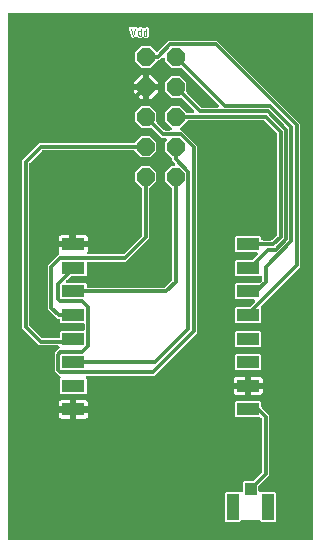
<source format=gbr>
G04 EAGLE Gerber RS-274X export*
G75*
%MOMM*%
%FSLAX34Y34*%
%LPD*%
%INTop Copper*%
%IPPOS*%
%AMOC8*
5,1,8,0,0,1.08239X$1,22.5*%
G01*
%ADD10C,0.050800*%
%ADD11R,1.000000X1.050000*%
%ADD12R,1.050000X2.200000*%
%ADD13P,1.649562X8X112.500000*%
%ADD14R,1.950000X1.050000*%
%ADD15C,0.304800*%

G36*
X356442Y10164D02*
X356442Y10164D01*
X356468Y10162D01*
X356615Y10184D01*
X356762Y10201D01*
X356787Y10209D01*
X356813Y10213D01*
X356951Y10268D01*
X357090Y10318D01*
X357112Y10332D01*
X357137Y10342D01*
X357258Y10427D01*
X357383Y10507D01*
X357401Y10526D01*
X357423Y10541D01*
X357522Y10651D01*
X357625Y10758D01*
X357639Y10780D01*
X357656Y10800D01*
X357728Y10930D01*
X357804Y11057D01*
X357812Y11082D01*
X357825Y11105D01*
X357865Y11248D01*
X357910Y11389D01*
X357912Y11415D01*
X357920Y11440D01*
X357939Y11684D01*
X357939Y454916D01*
X357936Y454942D01*
X357938Y454968D01*
X357916Y455115D01*
X357899Y455262D01*
X357891Y455287D01*
X357887Y455313D01*
X357832Y455451D01*
X357782Y455590D01*
X357768Y455612D01*
X357758Y455637D01*
X357673Y455758D01*
X357593Y455883D01*
X357574Y455901D01*
X357559Y455923D01*
X357449Y456022D01*
X357342Y456125D01*
X357320Y456139D01*
X357300Y456156D01*
X357170Y456228D01*
X357043Y456304D01*
X357018Y456312D01*
X356995Y456325D01*
X356852Y456365D01*
X356711Y456410D01*
X356685Y456412D01*
X356660Y456420D01*
X356416Y456439D01*
X100584Y456439D01*
X100558Y456436D01*
X100532Y456438D01*
X100385Y456416D01*
X100238Y456399D01*
X100213Y456391D01*
X100187Y456387D01*
X100049Y456332D01*
X99910Y456282D01*
X99888Y456268D01*
X99863Y456258D01*
X99742Y456173D01*
X99617Y456093D01*
X99599Y456074D01*
X99577Y456059D01*
X99478Y455949D01*
X99375Y455842D01*
X99361Y455820D01*
X99344Y455800D01*
X99272Y455670D01*
X99196Y455543D01*
X99188Y455518D01*
X99175Y455495D01*
X99135Y455352D01*
X99090Y455211D01*
X99088Y455185D01*
X99080Y455160D01*
X99061Y454916D01*
X99061Y11684D01*
X99064Y11658D01*
X99062Y11632D01*
X99084Y11485D01*
X99101Y11338D01*
X99109Y11313D01*
X99113Y11287D01*
X99168Y11149D01*
X99218Y11010D01*
X99232Y10988D01*
X99242Y10963D01*
X99327Y10842D01*
X99407Y10717D01*
X99426Y10699D01*
X99441Y10677D01*
X99551Y10578D01*
X99658Y10475D01*
X99680Y10461D01*
X99700Y10444D01*
X99830Y10372D01*
X99957Y10296D01*
X99982Y10288D01*
X100005Y10275D01*
X100148Y10235D01*
X100289Y10190D01*
X100315Y10188D01*
X100340Y10180D01*
X100584Y10161D01*
X356416Y10161D01*
X356442Y10164D01*
G37*
%LPC*%
G36*
X144218Y133725D02*
X144218Y133725D01*
X143325Y134618D01*
X143325Y146382D01*
X143497Y146553D01*
X143559Y146631D01*
X143629Y146704D01*
X143667Y146768D01*
X143713Y146826D01*
X143756Y146917D01*
X143808Y147003D01*
X143830Y147074D01*
X143862Y147141D01*
X143883Y147239D01*
X143914Y147335D01*
X143920Y147409D01*
X143936Y147482D01*
X143934Y147582D01*
X143942Y147682D01*
X143931Y147756D01*
X143930Y147830D01*
X143905Y147927D01*
X143890Y148027D01*
X143863Y148096D01*
X143845Y148168D01*
X143799Y148257D01*
X143761Y148351D01*
X143719Y148412D01*
X143685Y148478D01*
X143620Y148555D01*
X143563Y148637D01*
X143507Y148687D01*
X143459Y148743D01*
X143378Y148803D01*
X143304Y148870D01*
X143239Y148906D01*
X143179Y148951D01*
X143087Y148990D01*
X142999Y149039D01*
X142927Y149059D01*
X142859Y149089D01*
X142760Y149106D01*
X142663Y149134D01*
X142563Y149142D01*
X142516Y149150D01*
X142480Y149148D01*
X142420Y149153D01*
X142325Y149153D01*
X138753Y152725D01*
X138753Y168275D01*
X140093Y169615D01*
X142629Y172151D01*
X142691Y172229D01*
X142761Y172302D01*
X142799Y172366D01*
X142845Y172424D01*
X142888Y172515D01*
X142940Y172601D01*
X142963Y172672D01*
X142994Y172739D01*
X143016Y172837D01*
X143046Y172933D01*
X143052Y173007D01*
X143068Y173080D01*
X143066Y173180D01*
X143074Y173280D01*
X143063Y173354D01*
X143062Y173428D01*
X143037Y173525D01*
X143022Y173625D01*
X142995Y173694D01*
X142977Y173766D01*
X142931Y173855D01*
X142894Y173949D01*
X142851Y174010D01*
X142817Y174076D01*
X142752Y174152D01*
X142695Y174235D01*
X142640Y174285D01*
X142591Y174341D01*
X142511Y174401D01*
X142436Y174468D01*
X142371Y174504D01*
X142311Y174549D01*
X142219Y174588D01*
X142131Y174637D01*
X142059Y174657D01*
X141991Y174687D01*
X141892Y174704D01*
X141796Y174732D01*
X141696Y174740D01*
X141648Y174748D01*
X141612Y174746D01*
X141552Y174751D01*
X125737Y174751D01*
X111251Y189237D01*
X111251Y331463D01*
X125737Y345949D01*
X205385Y345949D01*
X205511Y345963D01*
X205637Y345970D01*
X205683Y345983D01*
X205731Y345989D01*
X205850Y346031D01*
X205972Y346066D01*
X206014Y346090D01*
X206059Y346106D01*
X206166Y346175D01*
X206276Y346236D01*
X206322Y346276D01*
X206352Y346295D01*
X206386Y346330D01*
X206462Y346395D01*
X212112Y352045D01*
X219688Y352045D01*
X225045Y346688D01*
X225045Y339112D01*
X219688Y333755D01*
X212112Y333755D01*
X206462Y339405D01*
X206363Y339484D01*
X206269Y339568D01*
X206227Y339592D01*
X206189Y339622D01*
X206075Y339676D01*
X205964Y339737D01*
X205918Y339750D01*
X205874Y339771D01*
X205751Y339797D01*
X205629Y339832D01*
X205568Y339837D01*
X205533Y339844D01*
X205485Y339843D01*
X205385Y339851D01*
X128894Y339851D01*
X128768Y339837D01*
X128642Y339830D01*
X128596Y339817D01*
X128548Y339811D01*
X128429Y339769D01*
X128307Y339734D01*
X128265Y339710D01*
X128219Y339694D01*
X128113Y339625D01*
X128003Y339564D01*
X127957Y339524D01*
X127927Y339505D01*
X127893Y339470D01*
X127817Y339405D01*
X117795Y329383D01*
X117716Y329284D01*
X117632Y329190D01*
X117608Y329148D01*
X117578Y329110D01*
X117524Y328996D01*
X117463Y328885D01*
X117450Y328839D01*
X117429Y328795D01*
X117403Y328672D01*
X117368Y328550D01*
X117363Y328489D01*
X117356Y328454D01*
X117357Y328406D01*
X117349Y328306D01*
X117349Y192394D01*
X117363Y192268D01*
X117370Y192142D01*
X117383Y192096D01*
X117389Y192048D01*
X117431Y191929D01*
X117466Y191807D01*
X117490Y191765D01*
X117506Y191719D01*
X117575Y191613D01*
X117636Y191503D01*
X117676Y191457D01*
X117695Y191427D01*
X117730Y191393D01*
X117795Y191317D01*
X127817Y181295D01*
X127916Y181216D01*
X128010Y181132D01*
X128052Y181108D01*
X128090Y181078D01*
X128204Y181024D01*
X128315Y180963D01*
X128361Y180950D01*
X128405Y180929D01*
X128528Y180903D01*
X128650Y180868D01*
X128711Y180863D01*
X128746Y180856D01*
X128794Y180857D01*
X128894Y180849D01*
X141802Y180849D01*
X141828Y180852D01*
X141854Y180850D01*
X142001Y180872D01*
X142148Y180889D01*
X142173Y180897D01*
X142199Y180901D01*
X142337Y180956D01*
X142476Y181006D01*
X142498Y181020D01*
X142523Y181030D01*
X142644Y181115D01*
X142769Y181195D01*
X142787Y181214D01*
X142809Y181229D01*
X142908Y181339D01*
X143011Y181446D01*
X143025Y181468D01*
X143042Y181488D01*
X143114Y181618D01*
X143190Y181745D01*
X143198Y181770D01*
X143211Y181793D01*
X143251Y181936D01*
X143296Y182077D01*
X143298Y182103D01*
X143306Y182128D01*
X143325Y182372D01*
X143325Y186382D01*
X144218Y187275D01*
X162826Y187275D01*
X162852Y187278D01*
X162878Y187276D01*
X163025Y187298D01*
X163172Y187315D01*
X163197Y187323D01*
X163223Y187327D01*
X163361Y187382D01*
X163500Y187432D01*
X163522Y187446D01*
X163547Y187456D01*
X163668Y187541D01*
X163793Y187621D01*
X163811Y187640D01*
X163833Y187655D01*
X163932Y187765D01*
X164035Y187872D01*
X164049Y187894D01*
X164066Y187914D01*
X164138Y188044D01*
X164214Y188171D01*
X164222Y188196D01*
X164235Y188219D01*
X164275Y188361D01*
X164320Y188503D01*
X164322Y188529D01*
X164330Y188554D01*
X164349Y188798D01*
X164349Y192202D01*
X164346Y192228D01*
X164348Y192254D01*
X164326Y192401D01*
X164309Y192548D01*
X164301Y192573D01*
X164297Y192599D01*
X164242Y192737D01*
X164192Y192876D01*
X164178Y192898D01*
X164168Y192923D01*
X164083Y193044D01*
X164003Y193169D01*
X163984Y193187D01*
X163969Y193209D01*
X163859Y193308D01*
X163752Y193411D01*
X163730Y193425D01*
X163710Y193442D01*
X163580Y193514D01*
X163453Y193590D01*
X163428Y193598D01*
X163405Y193611D01*
X163262Y193651D01*
X163121Y193696D01*
X163095Y193698D01*
X163070Y193706D01*
X162826Y193725D01*
X144218Y193725D01*
X143325Y194618D01*
X143325Y195928D01*
X143322Y195954D01*
X143324Y195980D01*
X143302Y196127D01*
X143285Y196274D01*
X143277Y196299D01*
X143273Y196325D01*
X143218Y196463D01*
X143168Y196602D01*
X143154Y196624D01*
X143144Y196649D01*
X143059Y196770D01*
X142979Y196895D01*
X142960Y196913D01*
X142945Y196935D01*
X142835Y197034D01*
X142728Y197137D01*
X142706Y197151D01*
X142686Y197168D01*
X142556Y197240D01*
X142429Y197316D01*
X142404Y197324D01*
X142381Y197337D01*
X142238Y197377D01*
X142097Y197422D01*
X142071Y197424D01*
X142046Y197432D01*
X141802Y197451D01*
X141137Y197451D01*
X133041Y205548D01*
X133041Y242563D01*
X140093Y249615D01*
X142485Y252007D01*
X142486Y252008D01*
X142487Y252009D01*
X142597Y252148D01*
X142702Y252280D01*
X142702Y252281D01*
X142703Y252282D01*
X142777Y252439D01*
X142850Y252595D01*
X142851Y252596D01*
X142851Y252598D01*
X142887Y252766D01*
X142924Y252936D01*
X142924Y252937D01*
X142924Y252939D01*
X142921Y253122D01*
X142918Y253284D01*
X142918Y253285D01*
X142918Y253287D01*
X142874Y253458D01*
X142833Y253622D01*
X142832Y253623D01*
X142832Y253625D01*
X142727Y253846D01*
X142482Y254269D01*
X142309Y254915D01*
X142309Y257876D01*
X153499Y257876D01*
X153525Y257879D01*
X153551Y257877D01*
X153698Y257899D01*
X153845Y257916D01*
X153870Y257924D01*
X153896Y257928D01*
X154033Y257983D01*
X154173Y258033D01*
X154195Y258047D01*
X154220Y258057D01*
X154341Y258142D01*
X154466Y258222D01*
X154484Y258241D01*
X154506Y258256D01*
X154597Y258357D01*
X154668Y258293D01*
X154775Y258190D01*
X154798Y258176D01*
X154817Y258159D01*
X154947Y258087D01*
X155074Y258011D01*
X155099Y258003D01*
X155122Y257990D01*
X155265Y257950D01*
X155406Y257905D01*
X155432Y257902D01*
X155457Y257895D01*
X155701Y257876D01*
X166891Y257876D01*
X166891Y254915D01*
X166718Y254269D01*
X166638Y254132D01*
X166608Y254062D01*
X166569Y253997D01*
X166539Y253903D01*
X166500Y253812D01*
X166486Y253737D01*
X166463Y253665D01*
X166455Y253567D01*
X166437Y253469D01*
X166441Y253393D01*
X166435Y253318D01*
X166450Y253220D01*
X166454Y253121D01*
X166475Y253048D01*
X166487Y252973D01*
X166523Y252881D01*
X166550Y252786D01*
X166587Y252720D01*
X166615Y252649D01*
X166672Y252568D01*
X166720Y252481D01*
X166771Y252425D01*
X166814Y252363D01*
X166888Y252297D01*
X166954Y252224D01*
X167017Y252180D01*
X167073Y252130D01*
X167160Y252082D01*
X167241Y252026D01*
X167312Y251998D01*
X167378Y251961D01*
X167473Y251934D01*
X167565Y251898D01*
X167640Y251887D01*
X167713Y251866D01*
X167864Y251854D01*
X167910Y251847D01*
X167929Y251849D01*
X167957Y251847D01*
X196104Y251847D01*
X196230Y251861D01*
X196356Y251868D01*
X196402Y251881D01*
X196450Y251887D01*
X196569Y251929D01*
X196691Y251964D01*
X196733Y251988D01*
X196779Y252004D01*
X196885Y252073D01*
X196995Y252134D01*
X197041Y252174D01*
X197071Y252193D01*
X197105Y252228D01*
X197181Y252293D01*
X212405Y267517D01*
X212484Y267616D01*
X212568Y267710D01*
X212592Y267752D01*
X212622Y267790D01*
X212676Y267904D01*
X212737Y268015D01*
X212750Y268061D01*
X212771Y268105D01*
X212797Y268228D01*
X212832Y268350D01*
X212837Y268411D01*
X212844Y268446D01*
X212843Y268494D01*
X212851Y268594D01*
X212851Y306985D01*
X212837Y307111D01*
X212830Y307237D01*
X212817Y307283D01*
X212811Y307331D01*
X212769Y307450D01*
X212734Y307572D01*
X212710Y307614D01*
X212694Y307660D01*
X212625Y307766D01*
X212564Y307876D01*
X212524Y307922D01*
X212505Y307952D01*
X212470Y307986D01*
X212405Y308062D01*
X206755Y313712D01*
X206755Y321288D01*
X212112Y326645D01*
X219688Y326645D01*
X225045Y321288D01*
X225045Y313712D01*
X219395Y308062D01*
X219316Y307963D01*
X219232Y307869D01*
X219208Y307827D01*
X219178Y307789D01*
X219124Y307675D01*
X219063Y307564D01*
X219050Y307518D01*
X219029Y307474D01*
X219003Y307351D01*
X218968Y307229D01*
X218963Y307168D01*
X218956Y307134D01*
X218957Y307085D01*
X218949Y306985D01*
X218949Y265437D01*
X199261Y245749D01*
X167398Y245749D01*
X167372Y245746D01*
X167346Y245748D01*
X167199Y245726D01*
X167052Y245709D01*
X167027Y245701D01*
X167001Y245697D01*
X166863Y245642D01*
X166724Y245592D01*
X166702Y245578D01*
X166677Y245568D01*
X166556Y245483D01*
X166431Y245403D01*
X166413Y245384D01*
X166391Y245369D01*
X166292Y245259D01*
X166189Y245152D01*
X166175Y245130D01*
X166158Y245110D01*
X166086Y244980D01*
X166010Y244853D01*
X166002Y244828D01*
X165989Y244805D01*
X165949Y244662D01*
X165904Y244521D01*
X165902Y244495D01*
X165894Y244470D01*
X165875Y244226D01*
X165875Y234618D01*
X164982Y233725D01*
X153457Y233725D01*
X153332Y233711D01*
X153206Y233704D01*
X153159Y233691D01*
X153111Y233685D01*
X152992Y233643D01*
X152871Y233608D01*
X152829Y233584D01*
X152783Y233568D01*
X152677Y233499D01*
X152566Y233438D01*
X152520Y233398D01*
X152490Y233379D01*
X152457Y233344D01*
X152380Y233279D01*
X148976Y229875D01*
X148914Y229797D01*
X148844Y229724D01*
X148806Y229660D01*
X148760Y229602D01*
X148717Y229511D01*
X148665Y229425D01*
X148642Y229354D01*
X148611Y229287D01*
X148589Y229189D01*
X148559Y229093D01*
X148553Y229019D01*
X148537Y228946D01*
X148539Y228846D01*
X148531Y228746D01*
X148542Y228672D01*
X148543Y228598D01*
X148568Y228501D01*
X148583Y228401D01*
X148610Y228332D01*
X148628Y228260D01*
X148674Y228171D01*
X148711Y228077D01*
X148754Y228016D01*
X148788Y227950D01*
X148853Y227874D01*
X148910Y227791D01*
X148965Y227741D01*
X149014Y227685D01*
X149094Y227625D01*
X149169Y227558D01*
X149234Y227522D01*
X149294Y227477D01*
X149386Y227438D01*
X149474Y227389D01*
X149546Y227369D01*
X149614Y227339D01*
X149713Y227322D01*
X149809Y227294D01*
X149909Y227286D01*
X149957Y227278D01*
X149993Y227280D01*
X150053Y227275D01*
X164982Y227275D01*
X165875Y226382D01*
X165875Y225072D01*
X165878Y225046D01*
X165876Y225020D01*
X165898Y224873D01*
X165915Y224726D01*
X165923Y224701D01*
X165927Y224675D01*
X165982Y224537D01*
X166032Y224398D01*
X166046Y224376D01*
X166056Y224351D01*
X166141Y224230D01*
X166221Y224105D01*
X166240Y224087D01*
X166255Y224065D01*
X166365Y223966D01*
X166472Y223863D01*
X166494Y223849D01*
X166514Y223832D01*
X166644Y223760D01*
X166771Y223684D01*
X166796Y223676D01*
X166819Y223663D01*
X166962Y223623D01*
X167103Y223578D01*
X167129Y223576D01*
X167154Y223568D01*
X167398Y223549D01*
X231306Y223549D01*
X231432Y223563D01*
X231558Y223570D01*
X231604Y223583D01*
X231652Y223589D01*
X231771Y223631D01*
X231893Y223666D01*
X231935Y223690D01*
X231981Y223706D01*
X232087Y223775D01*
X232197Y223836D01*
X232243Y223876D01*
X232273Y223895D01*
X232307Y223930D01*
X232383Y223995D01*
X237805Y229417D01*
X237884Y229516D01*
X237968Y229610D01*
X237992Y229652D01*
X238022Y229690D01*
X238076Y229804D01*
X238137Y229915D01*
X238150Y229961D01*
X238171Y230005D01*
X238197Y230128D01*
X238232Y230250D01*
X238237Y230311D01*
X238244Y230346D01*
X238243Y230394D01*
X238251Y230494D01*
X238251Y306985D01*
X238237Y307111D01*
X238230Y307237D01*
X238217Y307283D01*
X238211Y307331D01*
X238169Y307450D01*
X238134Y307572D01*
X238110Y307614D01*
X238094Y307660D01*
X238025Y307766D01*
X237964Y307876D01*
X237924Y307922D01*
X237905Y307952D01*
X237870Y307986D01*
X237805Y308062D01*
X232155Y313712D01*
X232155Y321288D01*
X237512Y326645D01*
X239253Y326645D01*
X239353Y326656D01*
X239453Y326658D01*
X239525Y326676D01*
X239599Y326685D01*
X239694Y326718D01*
X239791Y326743D01*
X239857Y326777D01*
X239927Y326802D01*
X240012Y326857D01*
X240101Y326903D01*
X240158Y326951D01*
X240220Y326991D01*
X240290Y327063D01*
X240367Y327128D01*
X240411Y327188D01*
X240462Y327242D01*
X240514Y327328D01*
X240574Y327409D01*
X240603Y327477D01*
X240641Y327541D01*
X240672Y327637D01*
X240712Y327729D01*
X240725Y327802D01*
X240748Y327873D01*
X240756Y327973D01*
X240773Y328072D01*
X240770Y328146D01*
X240775Y328220D01*
X240761Y328320D01*
X240755Y328420D01*
X240735Y328491D01*
X240724Y328565D01*
X240687Y328658D01*
X240659Y328755D01*
X240623Y328820D01*
X240595Y328889D01*
X240538Y328971D01*
X240489Y329059D01*
X240424Y329135D01*
X240396Y329175D01*
X240370Y329199D01*
X240330Y329245D01*
X238251Y331324D01*
X238251Y332385D01*
X238237Y332511D01*
X238230Y332637D01*
X238217Y332683D01*
X238211Y332731D01*
X238169Y332850D01*
X238134Y332972D01*
X238110Y333014D01*
X238094Y333060D01*
X238025Y333166D01*
X237964Y333276D01*
X237924Y333322D01*
X237905Y333352D01*
X237870Y333386D01*
X237805Y333462D01*
X232155Y339112D01*
X232155Y346688D01*
X233386Y347919D01*
X233449Y347998D01*
X233519Y348070D01*
X233557Y348134D01*
X233603Y348192D01*
X233646Y348283D01*
X233697Y348369D01*
X233720Y348440D01*
X233752Y348507D01*
X233773Y348605D01*
X233804Y348701D01*
X233810Y348775D01*
X233825Y348848D01*
X233824Y348948D01*
X233832Y349048D01*
X233821Y349122D01*
X233819Y349196D01*
X233795Y349293D01*
X233780Y349393D01*
X233752Y349462D01*
X233734Y349534D01*
X233688Y349623D01*
X233651Y349717D01*
X233609Y349778D01*
X233575Y349844D01*
X233510Y349920D01*
X233452Y350003D01*
X233397Y350053D01*
X233349Y350109D01*
X233268Y350169D01*
X233193Y350236D01*
X233128Y350272D01*
X233069Y350317D01*
X232976Y350356D01*
X232888Y350405D01*
X232817Y350425D01*
X232749Y350455D01*
X232650Y350472D01*
X232553Y350500D01*
X232453Y350508D01*
X232405Y350516D01*
X232370Y350514D01*
X232309Y350519D01*
X229369Y350519D01*
X221179Y358709D01*
X221080Y358788D01*
X220986Y358872D01*
X220944Y358896D01*
X220906Y358926D01*
X220792Y358980D01*
X220681Y359041D01*
X220635Y359054D01*
X220591Y359075D01*
X220468Y359101D01*
X220346Y359136D01*
X220285Y359141D01*
X220250Y359148D01*
X220202Y359147D01*
X220102Y359155D01*
X212112Y359155D01*
X206755Y364512D01*
X206755Y372088D01*
X212112Y377445D01*
X219688Y377445D01*
X225045Y372088D01*
X225045Y364098D01*
X225059Y363972D01*
X225066Y363846D01*
X225079Y363800D01*
X225085Y363752D01*
X225127Y363633D01*
X225162Y363511D01*
X225186Y363469D01*
X225202Y363423D01*
X225271Y363317D01*
X225332Y363207D01*
X225372Y363161D01*
X225391Y363131D01*
X225426Y363097D01*
X225491Y363021D01*
X231449Y357063D01*
X231548Y356984D01*
X231642Y356900D01*
X231684Y356876D01*
X231722Y356846D01*
X231836Y356792D01*
X231947Y356731D01*
X231993Y356718D01*
X232037Y356697D01*
X232160Y356671D01*
X232282Y356636D01*
X232343Y356631D01*
X232378Y356624D01*
X232426Y356625D01*
X232526Y356617D01*
X236373Y356617D01*
X236473Y356628D01*
X236573Y356630D01*
X236646Y356648D01*
X236719Y356657D01*
X236814Y356690D01*
X236911Y356715D01*
X236978Y356749D01*
X237048Y356774D01*
X237132Y356829D01*
X237221Y356875D01*
X237278Y356923D01*
X237340Y356963D01*
X237410Y357035D01*
X237487Y357100D01*
X237531Y357160D01*
X237583Y357214D01*
X237634Y357300D01*
X237694Y357381D01*
X237723Y357449D01*
X237761Y357513D01*
X237792Y357609D01*
X237832Y357701D01*
X237845Y357774D01*
X237868Y357845D01*
X237876Y357945D01*
X237893Y358044D01*
X237890Y358118D01*
X237896Y358192D01*
X237881Y358292D01*
X237876Y358392D01*
X237855Y358463D01*
X237844Y358537D01*
X237807Y358630D01*
X237779Y358727D01*
X237743Y358792D01*
X237715Y358861D01*
X237658Y358943D01*
X237609Y359031D01*
X237544Y359107D01*
X237516Y359147D01*
X237490Y359171D01*
X237450Y359217D01*
X232155Y364512D01*
X232155Y372088D01*
X237512Y377445D01*
X245088Y377445D01*
X250738Y371795D01*
X250837Y371716D01*
X250931Y371632D01*
X250973Y371608D01*
X251011Y371578D01*
X251125Y371524D01*
X251236Y371463D01*
X251282Y371450D01*
X251326Y371429D01*
X251449Y371403D01*
X251571Y371368D01*
X251632Y371363D01*
X251666Y371356D01*
X251715Y371357D01*
X251815Y371349D01*
X255662Y371349D01*
X255762Y371360D01*
X255862Y371362D01*
X255935Y371380D01*
X256008Y371389D01*
X256103Y371422D01*
X256200Y371447D01*
X256267Y371481D01*
X256337Y371506D01*
X256421Y371561D01*
X256510Y371607D01*
X256567Y371655D01*
X256629Y371695D01*
X256699Y371767D01*
X256776Y371832D01*
X256820Y371892D01*
X256872Y371946D01*
X256923Y372032D01*
X256983Y372113D01*
X257012Y372181D01*
X257050Y372245D01*
X257081Y372341D01*
X257121Y372433D01*
X257134Y372506D01*
X257157Y372577D01*
X257165Y372677D01*
X257182Y372776D01*
X257179Y372850D01*
X257185Y372924D01*
X257170Y373024D01*
X257165Y373124D01*
X257144Y373195D01*
X257133Y373269D01*
X257096Y373362D01*
X257068Y373459D01*
X257032Y373524D01*
X257004Y373593D01*
X256947Y373675D01*
X256898Y373763D01*
X256833Y373839D01*
X256805Y373879D01*
X256779Y373903D01*
X256739Y373949D01*
X246579Y384109D01*
X246480Y384188D01*
X246386Y384272D01*
X246344Y384296D01*
X246306Y384326D01*
X246192Y384380D01*
X246081Y384441D01*
X246035Y384454D01*
X245991Y384475D01*
X245868Y384501D01*
X245746Y384536D01*
X245685Y384541D01*
X245650Y384548D01*
X245602Y384547D01*
X245502Y384555D01*
X237512Y384555D01*
X232155Y389912D01*
X232155Y397488D01*
X237512Y402845D01*
X245088Y402845D01*
X250445Y397488D01*
X250445Y389498D01*
X250459Y389372D01*
X250466Y389246D01*
X250479Y389200D01*
X250485Y389152D01*
X250527Y389033D01*
X250562Y388911D01*
X250586Y388869D01*
X250602Y388823D01*
X250671Y388717D01*
X250732Y388607D01*
X250772Y388561D01*
X250791Y388531D01*
X250826Y388497D01*
X250891Y388421D01*
X262945Y376367D01*
X263044Y376288D01*
X263138Y376204D01*
X263180Y376180D01*
X263218Y376150D01*
X263332Y376096D01*
X263443Y376035D01*
X263489Y376022D01*
X263533Y376001D01*
X263656Y375975D01*
X263778Y375940D01*
X263839Y375935D01*
X263874Y375928D01*
X263922Y375929D01*
X264022Y375921D01*
X276490Y375921D01*
X276590Y375932D01*
X276690Y375934D01*
X276763Y375952D01*
X276836Y375961D01*
X276931Y375994D01*
X277028Y376019D01*
X277095Y376053D01*
X277165Y376078D01*
X277249Y376133D01*
X277338Y376179D01*
X277395Y376227D01*
X277457Y376267D01*
X277527Y376339D01*
X277604Y376404D01*
X277648Y376464D01*
X277700Y376518D01*
X277751Y376604D01*
X277811Y376685D01*
X277840Y376753D01*
X277878Y376817D01*
X277909Y376913D01*
X277949Y377005D01*
X277962Y377078D01*
X277985Y377149D01*
X277993Y377249D01*
X278010Y377348D01*
X278007Y377422D01*
X278013Y377496D01*
X277998Y377596D01*
X277993Y377696D01*
X277972Y377767D01*
X277961Y377841D01*
X277924Y377934D01*
X277896Y378031D01*
X277860Y378096D01*
X277832Y378165D01*
X277775Y378247D01*
X277726Y378335D01*
X277661Y378411D01*
X277633Y378451D01*
X277607Y378475D01*
X277567Y378521D01*
X246579Y409509D01*
X246480Y409588D01*
X246386Y409672D01*
X246344Y409696D01*
X246306Y409726D01*
X246192Y409780D01*
X246081Y409841D01*
X246035Y409854D01*
X245991Y409875D01*
X245868Y409901D01*
X245746Y409936D01*
X245685Y409941D01*
X245650Y409948D01*
X245602Y409947D01*
X245502Y409955D01*
X237512Y409955D01*
X232155Y415312D01*
X232155Y417053D01*
X232144Y417153D01*
X232142Y417253D01*
X232124Y417325D01*
X232115Y417399D01*
X232082Y417494D01*
X232057Y417591D01*
X232023Y417657D01*
X231998Y417727D01*
X231943Y417812D01*
X231897Y417901D01*
X231849Y417958D01*
X231809Y418020D01*
X231737Y418090D01*
X231672Y418167D01*
X231612Y418211D01*
X231558Y418262D01*
X231472Y418314D01*
X231391Y418374D01*
X231323Y418403D01*
X231259Y418441D01*
X231163Y418472D01*
X231071Y418512D01*
X230998Y418525D01*
X230927Y418548D01*
X230827Y418556D01*
X230728Y418573D01*
X230654Y418570D01*
X230580Y418575D01*
X230480Y418561D01*
X230380Y418555D01*
X230309Y418535D01*
X230235Y418524D01*
X230142Y418487D01*
X230045Y418459D01*
X229980Y418423D01*
X229911Y418395D01*
X229829Y418338D01*
X229741Y418289D01*
X229665Y418224D01*
X229625Y418196D01*
X229601Y418170D01*
X229555Y418130D01*
X227476Y416051D01*
X226415Y416051D01*
X226289Y416037D01*
X226163Y416030D01*
X226117Y416017D01*
X226069Y416011D01*
X225950Y415969D01*
X225828Y415934D01*
X225786Y415910D01*
X225740Y415894D01*
X225634Y415825D01*
X225524Y415764D01*
X225478Y415724D01*
X225448Y415705D01*
X225414Y415670D01*
X225338Y415605D01*
X219688Y409955D01*
X212112Y409955D01*
X206755Y415312D01*
X206755Y422888D01*
X212112Y428245D01*
X219688Y428245D01*
X224290Y423643D01*
X224310Y423626D01*
X224328Y423606D01*
X224447Y423518D01*
X224563Y423426D01*
X224587Y423415D01*
X224608Y423399D01*
X224744Y423340D01*
X224878Y423277D01*
X224904Y423272D01*
X224928Y423261D01*
X225074Y423235D01*
X225219Y423204D01*
X225245Y423204D01*
X225271Y423199D01*
X225419Y423207D01*
X225567Y423210D01*
X225593Y423216D01*
X225619Y423217D01*
X225761Y423258D01*
X225905Y423295D01*
X225929Y423307D01*
X225954Y423314D01*
X226083Y423386D01*
X226215Y423454D01*
X226235Y423471D01*
X226258Y423484D01*
X226444Y423643D01*
X235618Y432817D01*
X276692Y432817D01*
X346965Y362544D01*
X346965Y241243D01*
X314066Y208344D01*
X314050Y208324D01*
X314030Y208307D01*
X313942Y208187D01*
X313850Y208071D01*
X313838Y208047D01*
X313823Y208026D01*
X313764Y207890D01*
X313701Y207756D01*
X313695Y207730D01*
X313685Y207706D01*
X313659Y207560D01*
X313627Y207415D01*
X313628Y207389D01*
X313623Y207363D01*
X313631Y207215D01*
X313633Y207067D01*
X313640Y207042D01*
X313641Y207015D01*
X313682Y206873D01*
X313718Y206729D01*
X313730Y206706D01*
X313738Y206680D01*
X313810Y206551D01*
X313875Y206425D01*
X313875Y194618D01*
X312982Y193725D01*
X292218Y193725D01*
X291325Y194618D01*
X291325Y206382D01*
X292218Y207275D01*
X303743Y207275D01*
X303868Y207289D01*
X303994Y207296D01*
X304041Y207309D01*
X304089Y207315D01*
X304208Y207357D01*
X304329Y207392D01*
X304371Y207416D01*
X304417Y207432D01*
X304523Y207501D01*
X304634Y207562D01*
X304680Y207602D01*
X304710Y207621D01*
X304743Y207656D01*
X304820Y207721D01*
X308224Y211125D01*
X308286Y211203D01*
X308356Y211276D01*
X308394Y211340D01*
X308440Y211398D01*
X308483Y211489D01*
X308535Y211575D01*
X308558Y211646D01*
X308589Y211713D01*
X308611Y211811D01*
X308641Y211907D01*
X308647Y211981D01*
X308663Y212054D01*
X308661Y212154D01*
X308669Y212254D01*
X308658Y212328D01*
X308657Y212402D01*
X308632Y212499D01*
X308617Y212599D01*
X308590Y212668D01*
X308572Y212740D01*
X308526Y212829D01*
X308489Y212923D01*
X308446Y212984D01*
X308412Y213050D01*
X308347Y213126D01*
X308290Y213209D01*
X308235Y213259D01*
X308186Y213315D01*
X308106Y213375D01*
X308031Y213442D01*
X307966Y213478D01*
X307906Y213523D01*
X307814Y213562D01*
X307726Y213611D01*
X307654Y213631D01*
X307586Y213661D01*
X307487Y213678D01*
X307391Y213706D01*
X307291Y213714D01*
X307243Y213722D01*
X307207Y213720D01*
X307147Y213725D01*
X292218Y213725D01*
X291325Y214618D01*
X291325Y226382D01*
X292218Y227275D01*
X311232Y227275D01*
X311358Y227289D01*
X311484Y227296D01*
X311530Y227309D01*
X311578Y227315D01*
X311697Y227357D01*
X311819Y227392D01*
X311861Y227416D01*
X311907Y227432D01*
X312013Y227501D01*
X312123Y227562D01*
X312169Y227602D01*
X312199Y227621D01*
X312233Y227656D01*
X312309Y227721D01*
X314005Y229417D01*
X314084Y229516D01*
X314168Y229610D01*
X314192Y229652D01*
X314222Y229690D01*
X314276Y229804D01*
X314337Y229915D01*
X314350Y229961D01*
X314371Y230005D01*
X314397Y230128D01*
X314432Y230250D01*
X314437Y230311D01*
X314444Y230346D01*
X314443Y230394D01*
X314451Y230494D01*
X314451Y232202D01*
X314448Y232228D01*
X314450Y232254D01*
X314428Y232401D01*
X314411Y232548D01*
X314403Y232573D01*
X314399Y232599D01*
X314344Y232737D01*
X314294Y232876D01*
X314280Y232898D01*
X314270Y232923D01*
X314185Y233044D01*
X314105Y233169D01*
X314086Y233187D01*
X314071Y233209D01*
X313961Y233308D01*
X313854Y233411D01*
X313832Y233425D01*
X313812Y233442D01*
X313682Y233514D01*
X313555Y233590D01*
X313530Y233598D01*
X313507Y233611D01*
X313364Y233651D01*
X313223Y233696D01*
X313197Y233698D01*
X313172Y233706D01*
X312928Y233725D01*
X292218Y233725D01*
X291325Y234618D01*
X291325Y246382D01*
X292218Y247275D01*
X305832Y247275D01*
X305958Y247289D01*
X306084Y247296D01*
X306130Y247309D01*
X306178Y247315D01*
X306297Y247357D01*
X306419Y247392D01*
X306461Y247416D01*
X306507Y247432D01*
X306613Y247501D01*
X306723Y247562D01*
X306769Y247602D01*
X306799Y247621D01*
X306833Y247656D01*
X306909Y247721D01*
X310313Y251125D01*
X310376Y251203D01*
X310446Y251276D01*
X310484Y251340D01*
X310530Y251398D01*
X310573Y251489D01*
X310624Y251575D01*
X310647Y251646D01*
X310679Y251713D01*
X310700Y251811D01*
X310731Y251907D01*
X310737Y251981D01*
X310752Y252054D01*
X310751Y252154D01*
X310759Y252254D01*
X310748Y252328D01*
X310746Y252402D01*
X310722Y252499D01*
X310707Y252599D01*
X310679Y252668D01*
X310661Y252740D01*
X310615Y252829D01*
X310578Y252923D01*
X310536Y252984D01*
X310502Y253050D01*
X310437Y253126D01*
X310379Y253209D01*
X310324Y253259D01*
X310276Y253315D01*
X310195Y253375D01*
X310120Y253442D01*
X310055Y253478D01*
X309996Y253523D01*
X309903Y253562D01*
X309815Y253611D01*
X309744Y253631D01*
X309676Y253661D01*
X309577Y253678D01*
X309480Y253706D01*
X309380Y253714D01*
X309333Y253722D01*
X309297Y253720D01*
X309236Y253725D01*
X292218Y253725D01*
X291325Y254618D01*
X291325Y266382D01*
X292218Y267275D01*
X312982Y267275D01*
X313875Y266382D01*
X313875Y265072D01*
X313878Y265046D01*
X313876Y265020D01*
X313898Y264873D01*
X313915Y264726D01*
X313923Y264701D01*
X313927Y264675D01*
X313982Y264537D01*
X314032Y264398D01*
X314046Y264376D01*
X314056Y264351D01*
X314141Y264230D01*
X314221Y264105D01*
X314240Y264087D01*
X314255Y264065D01*
X314365Y263966D01*
X314472Y263863D01*
X314494Y263849D01*
X314514Y263832D01*
X314644Y263760D01*
X314771Y263684D01*
X314796Y263676D01*
X314819Y263663D01*
X314962Y263623D01*
X315103Y263578D01*
X315129Y263576D01*
X315154Y263568D01*
X315398Y263549D01*
X322106Y263549D01*
X322232Y263563D01*
X322358Y263570D01*
X322404Y263583D01*
X322452Y263589D01*
X322571Y263631D01*
X322693Y263666D01*
X322735Y263690D01*
X322781Y263706D01*
X322887Y263775D01*
X322997Y263836D01*
X323043Y263876D01*
X323073Y263895D01*
X323107Y263930D01*
X323183Y263995D01*
X326705Y267517D01*
X326784Y267616D01*
X326868Y267710D01*
X326892Y267752D01*
X326922Y267790D01*
X326976Y267904D01*
X327037Y268015D01*
X327050Y268061D01*
X327071Y268105D01*
X327097Y268228D01*
X327132Y268350D01*
X327137Y268411D01*
X327144Y268446D01*
X327143Y268494D01*
X327151Y268594D01*
X327151Y353706D01*
X327137Y353832D01*
X327130Y353958D01*
X327117Y354004D01*
X327111Y354052D01*
X327069Y354171D01*
X327034Y354293D01*
X327010Y354335D01*
X326994Y354381D01*
X326925Y354487D01*
X326864Y354597D01*
X326824Y354643D01*
X326805Y354673D01*
X326770Y354707D01*
X326705Y354783D01*
X316683Y364805D01*
X316584Y364884D01*
X316490Y364968D01*
X316448Y364992D01*
X316410Y365022D01*
X316296Y365076D01*
X316185Y365137D01*
X316139Y365150D01*
X316095Y365171D01*
X315972Y365197D01*
X315850Y365232D01*
X315789Y365237D01*
X315754Y365244D01*
X315706Y365243D01*
X315606Y365251D01*
X251815Y365251D01*
X251689Y365237D01*
X251563Y365230D01*
X251517Y365217D01*
X251469Y365211D01*
X251350Y365169D01*
X251228Y365134D01*
X251186Y365110D01*
X251140Y365094D01*
X251034Y365025D01*
X250924Y364964D01*
X250878Y364924D01*
X250848Y364905D01*
X250814Y364870D01*
X250738Y364805D01*
X245150Y359217D01*
X245087Y359139D01*
X245017Y359066D01*
X244979Y359002D01*
X244933Y358944D01*
X244890Y358853D01*
X244839Y358767D01*
X244816Y358696D01*
X244784Y358629D01*
X244763Y358531D01*
X244732Y358435D01*
X244726Y358361D01*
X244711Y358288D01*
X244712Y358188D01*
X244704Y358088D01*
X244715Y358014D01*
X244717Y357940D01*
X244741Y357843D01*
X244756Y357743D01*
X244784Y357674D01*
X244802Y357602D01*
X244848Y357512D01*
X244885Y357419D01*
X244927Y357358D01*
X244961Y357292D01*
X245027Y357215D01*
X245084Y357133D01*
X245139Y357083D01*
X245187Y357027D01*
X245268Y356967D01*
X245343Y356900D01*
X245408Y356864D01*
X245467Y356819D01*
X245560Y356780D01*
X245648Y356731D01*
X245719Y356711D01*
X245788Y356681D01*
X245886Y356664D01*
X245983Y356636D01*
X246083Y356628D01*
X246131Y356620D01*
X246166Y356622D01*
X246227Y356617D01*
X246982Y356617D01*
X259589Y344010D01*
X259589Y185311D01*
X223431Y149153D01*
X166780Y149153D01*
X166681Y149142D01*
X166580Y149140D01*
X166508Y149122D01*
X166434Y149113D01*
X166340Y149080D01*
X166242Y149055D01*
X166176Y149021D01*
X166106Y148996D01*
X166022Y148941D01*
X165932Y148895D01*
X165876Y148847D01*
X165813Y148807D01*
X165744Y148735D01*
X165667Y148670D01*
X165623Y148610D01*
X165571Y148556D01*
X165520Y148470D01*
X165460Y148389D01*
X165430Y148321D01*
X165392Y148257D01*
X165362Y148162D01*
X165322Y148069D01*
X165309Y147996D01*
X165286Y147925D01*
X165278Y147825D01*
X165260Y147726D01*
X165264Y147652D01*
X165258Y147578D01*
X165273Y147479D01*
X165278Y147378D01*
X165299Y147307D01*
X165310Y147233D01*
X165347Y147140D01*
X165375Y147043D01*
X165411Y146978D01*
X165439Y146909D01*
X165496Y146827D01*
X165545Y146739D01*
X165610Y146663D01*
X165637Y146623D01*
X165664Y146599D01*
X165703Y146553D01*
X165875Y146382D01*
X165875Y134618D01*
X164982Y133725D01*
X144218Y133725D01*
G37*
%LPD*%
%LPC*%
G36*
X284168Y25575D02*
X284168Y25575D01*
X283275Y26468D01*
X283275Y49732D01*
X284168Y50625D01*
X296033Y50625D01*
X296039Y50622D01*
X296125Y50570D01*
X296196Y50548D01*
X296263Y50516D01*
X296361Y50495D01*
X296457Y50464D01*
X296531Y50458D01*
X296604Y50442D01*
X296704Y50444D01*
X296804Y50436D01*
X296878Y50447D01*
X296952Y50448D01*
X297049Y50473D01*
X297149Y50488D01*
X297218Y50515D01*
X297290Y50533D01*
X297379Y50579D01*
X297473Y50617D01*
X297534Y50659D01*
X297600Y50693D01*
X297676Y50758D01*
X297759Y50815D01*
X297809Y50871D01*
X297865Y50919D01*
X297925Y51000D01*
X297992Y51074D01*
X298028Y51139D01*
X298072Y51199D01*
X298112Y51291D01*
X298161Y51379D01*
X298181Y51451D01*
X298211Y51519D01*
X298228Y51618D01*
X298256Y51715D01*
X298264Y51815D01*
X298272Y51862D01*
X298270Y51898D01*
X298275Y51958D01*
X298275Y59232D01*
X299168Y60125D01*
X306632Y60125D01*
X306758Y60139D01*
X306884Y60146D01*
X306930Y60159D01*
X306978Y60165D01*
X307097Y60207D01*
X307219Y60242D01*
X307261Y60266D01*
X307307Y60282D01*
X307413Y60351D01*
X307523Y60412D01*
X307569Y60452D01*
X307599Y60471D01*
X307633Y60506D01*
X307709Y60571D01*
X314005Y66867D01*
X314084Y66966D01*
X314168Y67060D01*
X314192Y67102D01*
X314222Y67140D01*
X314276Y67254D01*
X314337Y67365D01*
X314350Y67411D01*
X314371Y67455D01*
X314397Y67578D01*
X314432Y67700D01*
X314437Y67761D01*
X314444Y67796D01*
X314443Y67844D01*
X314451Y67944D01*
X314451Y112202D01*
X314448Y112228D01*
X314450Y112254D01*
X314428Y112401D01*
X314411Y112548D01*
X314403Y112573D01*
X314399Y112599D01*
X314344Y112737D01*
X314294Y112876D01*
X314280Y112898D01*
X314270Y112923D01*
X314185Y113044D01*
X314105Y113169D01*
X314086Y113187D01*
X314071Y113209D01*
X313961Y113308D01*
X313854Y113411D01*
X313832Y113425D01*
X313812Y113442D01*
X313683Y113514D01*
X313555Y113590D01*
X313530Y113598D01*
X313507Y113611D01*
X313364Y113651D01*
X313223Y113696D01*
X313197Y113698D01*
X313172Y113706D01*
X312928Y113725D01*
X292218Y113725D01*
X291325Y114618D01*
X291325Y126382D01*
X292218Y127275D01*
X312982Y127275D01*
X313875Y126382D01*
X313875Y122868D01*
X313877Y122847D01*
X313876Y122829D01*
X313889Y122737D01*
X313896Y122616D01*
X313909Y122570D01*
X313915Y122522D01*
X313927Y122487D01*
X313927Y122484D01*
X313933Y122469D01*
X313957Y122402D01*
X313992Y122281D01*
X314016Y122239D01*
X314032Y122193D01*
X314101Y122087D01*
X314162Y121977D01*
X314202Y121931D01*
X314221Y121901D01*
X314256Y121867D01*
X314321Y121791D01*
X314795Y121317D01*
X320549Y115563D01*
X320549Y64787D01*
X311771Y56009D01*
X311692Y55910D01*
X311608Y55816D01*
X311584Y55774D01*
X311554Y55736D01*
X311500Y55622D01*
X311439Y55511D01*
X311426Y55465D01*
X311405Y55421D01*
X311379Y55298D01*
X311344Y55176D01*
X311339Y55115D01*
X311332Y55080D01*
X311333Y55032D01*
X311325Y54932D01*
X311325Y51958D01*
X311336Y51859D01*
X311338Y51758D01*
X311356Y51686D01*
X311365Y51612D01*
X311399Y51518D01*
X311423Y51420D01*
X311457Y51354D01*
X311482Y51284D01*
X311537Y51200D01*
X311583Y51110D01*
X311631Y51054D01*
X311671Y50991D01*
X311743Y50922D01*
X311809Y50845D01*
X311868Y50801D01*
X311922Y50749D01*
X312008Y50698D01*
X312089Y50638D01*
X312157Y50608D01*
X312221Y50570D01*
X312317Y50540D01*
X312409Y50500D01*
X312482Y50487D01*
X312553Y50464D01*
X312653Y50456D01*
X312752Y50438D01*
X312826Y50442D01*
X312900Y50436D01*
X312999Y50451D01*
X313100Y50456D01*
X313171Y50477D01*
X313245Y50488D01*
X313338Y50525D01*
X313435Y50553D01*
X313500Y50589D01*
X313569Y50617D01*
X313581Y50625D01*
X325432Y50625D01*
X326325Y49732D01*
X326325Y26468D01*
X325432Y25575D01*
X313668Y25575D01*
X312591Y26653D01*
X312492Y26732D01*
X312398Y26816D01*
X312355Y26840D01*
X312318Y26870D01*
X312203Y26924D01*
X312093Y26985D01*
X312046Y26998D01*
X312002Y27019D01*
X311879Y27045D01*
X311757Y27080D01*
X311697Y27085D01*
X311662Y27092D01*
X311614Y27091D01*
X311513Y27099D01*
X298087Y27099D01*
X297961Y27085D01*
X297835Y27078D01*
X297788Y27065D01*
X297740Y27059D01*
X297621Y27017D01*
X297500Y26982D01*
X297458Y26958D01*
X297412Y26942D01*
X297306Y26873D01*
X297196Y26812D01*
X297149Y26772D01*
X297119Y26753D01*
X297086Y26718D01*
X297009Y26653D01*
X295932Y25575D01*
X284168Y25575D01*
G37*
%LPD*%
%LPC*%
G36*
X292218Y173725D02*
X292218Y173725D01*
X291325Y174618D01*
X291325Y186382D01*
X292218Y187275D01*
X312982Y187275D01*
X313875Y186382D01*
X313875Y174618D01*
X312982Y173725D01*
X292218Y173725D01*
G37*
%LPD*%
%LPC*%
G36*
X292218Y153725D02*
X292218Y153725D01*
X291325Y154618D01*
X291325Y166382D01*
X292218Y167275D01*
X312982Y167275D01*
X313875Y166382D01*
X313875Y154618D01*
X312982Y153725D01*
X292218Y153725D01*
G37*
%LPD*%
%LPC*%
G36*
X204731Y435438D02*
X204731Y435438D01*
X204695Y435451D01*
X204532Y435521D01*
X203964Y435710D01*
X203896Y435772D01*
X203703Y436349D01*
X203687Y436384D01*
X203621Y436548D01*
X203353Y437083D01*
X203349Y437186D01*
X203345Y437342D01*
X203341Y437360D01*
X203340Y437378D01*
X203281Y437616D01*
X201534Y442859D01*
X202193Y444176D01*
X203591Y444642D01*
X204635Y444120D01*
X204692Y444099D01*
X204745Y444071D01*
X204855Y444040D01*
X204963Y444001D01*
X205022Y443994D01*
X205080Y443978D01*
X205195Y443973D01*
X205309Y443959D01*
X205369Y443966D01*
X205429Y443963D01*
X205541Y443985D01*
X205655Y443997D01*
X205712Y444017D01*
X205771Y444028D01*
X205959Y444104D01*
X205984Y444113D01*
X205989Y444117D01*
X205998Y444120D01*
X207043Y444642D01*
X208648Y444107D01*
X208654Y444102D01*
X208737Y444053D01*
X208815Y443995D01*
X208887Y443964D01*
X208954Y443924D01*
X209046Y443895D01*
X209135Y443857D01*
X209212Y443843D01*
X209287Y443820D01*
X209383Y443813D01*
X209478Y443795D01*
X209556Y443800D01*
X209634Y443794D01*
X209730Y443808D01*
X209826Y443813D01*
X209901Y443835D01*
X209978Y443847D01*
X210068Y443883D01*
X210161Y443910D01*
X210229Y443948D01*
X210302Y443977D01*
X210381Y444033D01*
X210465Y444080D01*
X210547Y444149D01*
X210587Y444178D01*
X210609Y444203D01*
X210651Y444239D01*
X210913Y444501D01*
X212387Y444501D01*
X213042Y443846D01*
X213063Y443829D01*
X213079Y443809D01*
X213198Y443722D01*
X213315Y443629D01*
X213339Y443618D01*
X213360Y443602D01*
X213496Y443544D01*
X213630Y443480D01*
X213656Y443475D01*
X213680Y443464D01*
X213826Y443438D01*
X213971Y443407D01*
X213997Y443407D01*
X214023Y443403D01*
X214171Y443410D01*
X214319Y443413D01*
X214345Y443419D01*
X214371Y443421D01*
X214513Y443462D01*
X214657Y443498D01*
X214681Y443510D01*
X214706Y443517D01*
X214835Y443590D01*
X214967Y443657D01*
X214987Y443674D01*
X215010Y443687D01*
X215196Y443846D01*
X215851Y444501D01*
X217325Y444501D01*
X218367Y443459D01*
X218367Y436397D01*
X217325Y435355D01*
X214277Y435355D01*
X214191Y435414D01*
X214153Y435445D01*
X214134Y435454D01*
X214107Y435472D01*
X214101Y435476D01*
X214100Y435476D01*
X214099Y435477D01*
X213945Y435543D01*
X213838Y435593D01*
X213818Y435598D01*
X213780Y435614D01*
X213779Y435614D01*
X213603Y435646D01*
X213555Y435654D01*
X213497Y435667D01*
X213487Y435667D01*
X213437Y435676D01*
X213436Y435676D01*
X213252Y435666D01*
X213155Y435661D01*
X213149Y435661D01*
X213148Y435661D01*
X213089Y435658D01*
X213089Y435657D01*
X213088Y435657D01*
X212913Y435607D01*
X212754Y435561D01*
X212753Y435561D01*
X212592Y435470D01*
X212450Y435391D01*
X212450Y435390D01*
X212449Y435390D01*
X212446Y435388D01*
X212408Y435355D01*
X209339Y435355D01*
X209253Y435415D01*
X209216Y435445D01*
X209198Y435453D01*
X209173Y435470D01*
X208479Y435871D01*
X208413Y435899D01*
X208351Y435937D01*
X208253Y435969D01*
X208159Y436009D01*
X208088Y436022D01*
X208020Y436045D01*
X207917Y436053D01*
X207816Y436072D01*
X207744Y436068D01*
X207672Y436074D01*
X207571Y436060D01*
X207468Y436054D01*
X207399Y436035D01*
X207327Y436024D01*
X207232Y435987D01*
X207133Y435958D01*
X207070Y435923D01*
X207003Y435897D01*
X206918Y435839D01*
X206829Y435789D01*
X206784Y435748D01*
X206102Y435521D01*
X206067Y435504D01*
X205902Y435438D01*
X205367Y435171D01*
X205275Y435166D01*
X204731Y435438D01*
G37*
%LPD*%
%LPC*%
G36*
X157224Y263124D02*
X157224Y263124D01*
X157224Y268291D01*
X164685Y268291D01*
X165331Y268118D01*
X165910Y267783D01*
X166383Y267310D01*
X166718Y266731D01*
X166891Y266085D01*
X166891Y263124D01*
X157224Y263124D01*
G37*
%LPD*%
%LPC*%
G36*
X305224Y143124D02*
X305224Y143124D01*
X305224Y148291D01*
X312685Y148291D01*
X313331Y148118D01*
X313910Y147783D01*
X314383Y147310D01*
X314718Y146731D01*
X314891Y146085D01*
X314891Y143124D01*
X305224Y143124D01*
G37*
%LPD*%
%LPC*%
G36*
X157224Y123124D02*
X157224Y123124D01*
X157224Y128291D01*
X164685Y128291D01*
X165331Y128118D01*
X165910Y127783D01*
X166383Y127310D01*
X166718Y126731D01*
X166891Y126085D01*
X166891Y123124D01*
X157224Y123124D01*
G37*
%LPD*%
%LPC*%
G36*
X142309Y263124D02*
X142309Y263124D01*
X142309Y266085D01*
X142482Y266731D01*
X142817Y267310D01*
X143290Y267783D01*
X143869Y268118D01*
X144515Y268291D01*
X151976Y268291D01*
X151976Y263124D01*
X142309Y263124D01*
G37*
%LPD*%
%LPC*%
G36*
X290309Y143124D02*
X290309Y143124D01*
X290309Y146085D01*
X290482Y146731D01*
X290817Y147310D01*
X291290Y147783D01*
X291869Y148118D01*
X292515Y148291D01*
X299976Y148291D01*
X299976Y143124D01*
X290309Y143124D01*
G37*
%LPD*%
%LPC*%
G36*
X142309Y123124D02*
X142309Y123124D01*
X142309Y126085D01*
X142482Y126731D01*
X142817Y127310D01*
X143290Y127783D01*
X143869Y128118D01*
X144515Y128291D01*
X151976Y128291D01*
X151976Y123124D01*
X142309Y123124D01*
G37*
%LPD*%
%LPC*%
G36*
X305224Y132709D02*
X305224Y132709D01*
X305224Y137876D01*
X314891Y137876D01*
X314891Y134915D01*
X314718Y134269D01*
X314383Y133690D01*
X313910Y133217D01*
X313331Y132882D01*
X312685Y132709D01*
X305224Y132709D01*
G37*
%LPD*%
%LPC*%
G36*
X157224Y112709D02*
X157224Y112709D01*
X157224Y117876D01*
X166891Y117876D01*
X166891Y114915D01*
X166718Y114269D01*
X166383Y113690D01*
X165910Y113217D01*
X165331Y112882D01*
X164685Y112709D01*
X157224Y112709D01*
G37*
%LPD*%
%LPC*%
G36*
X292515Y132709D02*
X292515Y132709D01*
X291869Y132882D01*
X291290Y133217D01*
X290817Y133690D01*
X290482Y134269D01*
X290309Y134915D01*
X290309Y137876D01*
X299976Y137876D01*
X299976Y132709D01*
X292515Y132709D01*
G37*
%LPD*%
%LPC*%
G36*
X144515Y112709D02*
X144515Y112709D01*
X143869Y112882D01*
X143290Y113217D01*
X142817Y113690D01*
X142482Y114269D01*
X142309Y114915D01*
X142309Y117876D01*
X151976Y117876D01*
X151976Y112709D01*
X144515Y112709D01*
G37*
%LPD*%
%LPC*%
G36*
X218439Y396239D02*
X218439Y396239D01*
X218439Y403861D01*
X220109Y403861D01*
X226061Y397909D01*
X226061Y396239D01*
X218439Y396239D01*
G37*
%LPD*%
%LPC*%
G36*
X205739Y396239D02*
X205739Y396239D01*
X205739Y397909D01*
X211691Y403861D01*
X213361Y403861D01*
X213361Y396239D01*
X205739Y396239D01*
G37*
%LPD*%
%LPC*%
G36*
X218439Y383539D02*
X218439Y383539D01*
X218439Y391161D01*
X226061Y391161D01*
X226061Y389491D01*
X220109Y383539D01*
X218439Y383539D01*
G37*
%LPD*%
%LPC*%
G36*
X211691Y383539D02*
X211691Y383539D01*
X205739Y389491D01*
X205739Y391161D01*
X213361Y391161D01*
X213361Y383539D01*
X211691Y383539D01*
G37*
%LPD*%
D10*
X203454Y442722D02*
X205317Y437134D01*
X207179Y442722D01*
X211650Y442722D02*
X211650Y437134D01*
X210098Y437134D01*
X210040Y437136D01*
X209981Y437141D01*
X209924Y437150D01*
X209866Y437163D01*
X209810Y437180D01*
X209755Y437199D01*
X209702Y437223D01*
X209649Y437249D01*
X209599Y437279D01*
X209551Y437312D01*
X209505Y437348D01*
X209461Y437386D01*
X209419Y437428D01*
X209381Y437472D01*
X209345Y437518D01*
X209312Y437566D01*
X209282Y437616D01*
X209256Y437669D01*
X209232Y437722D01*
X209213Y437777D01*
X209196Y437833D01*
X209183Y437891D01*
X209174Y437948D01*
X209169Y438007D01*
X209167Y438065D01*
X209167Y439928D01*
X209169Y439986D01*
X209174Y440045D01*
X209183Y440102D01*
X209196Y440160D01*
X209213Y440216D01*
X209232Y440271D01*
X209256Y440324D01*
X209282Y440377D01*
X209312Y440427D01*
X209345Y440475D01*
X209381Y440521D01*
X209419Y440565D01*
X209461Y440607D01*
X209505Y440645D01*
X209551Y440681D01*
X209599Y440714D01*
X209649Y440744D01*
X209702Y440770D01*
X209755Y440794D01*
X209810Y440813D01*
X209866Y440830D01*
X209924Y440843D01*
X209981Y440852D01*
X210040Y440857D01*
X210098Y440859D01*
X211650Y440859D01*
X216588Y442722D02*
X216588Y437134D01*
X215036Y437134D01*
X214978Y437136D01*
X214919Y437141D01*
X214862Y437150D01*
X214804Y437163D01*
X214748Y437180D01*
X214693Y437199D01*
X214640Y437223D01*
X214587Y437249D01*
X214537Y437279D01*
X214489Y437312D01*
X214443Y437348D01*
X214399Y437386D01*
X214357Y437428D01*
X214319Y437472D01*
X214283Y437518D01*
X214250Y437566D01*
X214220Y437616D01*
X214194Y437669D01*
X214170Y437722D01*
X214151Y437777D01*
X214134Y437833D01*
X214121Y437891D01*
X214112Y437948D01*
X214107Y438007D01*
X214105Y438065D01*
X214104Y438065D02*
X214104Y439928D01*
X214105Y439928D02*
X214107Y439986D01*
X214112Y440045D01*
X214121Y440102D01*
X214134Y440160D01*
X214151Y440216D01*
X214170Y440271D01*
X214194Y440324D01*
X214220Y440377D01*
X214250Y440427D01*
X214283Y440475D01*
X214319Y440521D01*
X214357Y440565D01*
X214399Y440607D01*
X214443Y440645D01*
X214489Y440681D01*
X214537Y440714D01*
X214587Y440744D01*
X214640Y440770D01*
X214693Y440794D01*
X214748Y440813D01*
X214804Y440830D01*
X214862Y440843D01*
X214919Y440852D01*
X214978Y440857D01*
X215036Y440859D01*
X216588Y440859D01*
D11*
X304800Y53350D03*
D12*
X319550Y38100D03*
X290050Y38100D03*
D13*
X241300Y317500D03*
X215900Y317500D03*
X241300Y342900D03*
X215900Y342900D03*
X241300Y368300D03*
X215900Y368300D03*
X241300Y393700D03*
X215900Y393700D03*
X241300Y419100D03*
X215900Y419100D03*
D14*
X154600Y260500D03*
X154600Y240500D03*
X154600Y220500D03*
X154600Y200500D03*
X154600Y180500D03*
X154600Y160500D03*
X154600Y140500D03*
X154600Y120500D03*
X302600Y120500D03*
X302600Y140500D03*
X302600Y160500D03*
X302600Y180500D03*
X302600Y200500D03*
X302600Y220500D03*
X302600Y240500D03*
X302600Y260500D03*
D15*
X226568Y347319D02*
X220319Y353568D01*
X226568Y347319D02*
X226568Y338481D01*
X220319Y332232D01*
X205232Y383032D02*
X215900Y393700D01*
X205232Y383032D02*
X205232Y363881D01*
X215545Y353568D01*
X220319Y353568D01*
X167132Y332232D02*
X152400Y317500D01*
X167132Y332232D02*
X220319Y332232D01*
X152400Y317500D02*
X152400Y262700D01*
X154600Y260500D01*
X154600Y120500D02*
X260200Y120500D01*
X280200Y140500D02*
X302600Y140500D01*
X280200Y140500D02*
X260200Y120500D01*
X154600Y120500D02*
X120800Y120500D01*
X188823Y347472D02*
X205232Y363881D01*
X125106Y347472D02*
X109728Y332094D01*
X125106Y347472D02*
X188823Y347472D01*
X109728Y131572D02*
X120800Y120500D01*
X109728Y131572D02*
X109728Y332094D01*
X154600Y220500D02*
X233200Y220500D01*
X241300Y228600D01*
X241300Y317500D01*
X241300Y332587D02*
X241300Y342900D01*
X241300Y332587D02*
X251968Y321919D01*
X251968Y188468D01*
X224000Y160500D02*
X154600Y160500D01*
X224000Y160500D02*
X251968Y188468D01*
X241300Y368300D02*
X317500Y368300D01*
X330200Y355600D01*
X330200Y266700D01*
X324000Y260500D01*
X302600Y260500D01*
X262128Y372872D02*
X241300Y393700D01*
X262128Y372872D02*
X319394Y372872D01*
X334772Y357494D01*
X334772Y264806D01*
X325894Y255928D01*
X319428Y255928D01*
X304000Y240500D02*
X302600Y240500D01*
X304000Y240500D02*
X319428Y255928D01*
X215900Y266700D02*
X215900Y317500D01*
X143588Y248798D02*
X136090Y241300D01*
X143588Y248798D02*
X197998Y248798D01*
X215900Y266700D01*
X136090Y241300D02*
X136090Y206811D01*
X142400Y200500D02*
X154600Y200500D01*
X142400Y200500D02*
X136090Y206811D01*
X127000Y342900D02*
X215900Y342900D01*
X127000Y342900D02*
X114300Y330200D01*
X114300Y190500D01*
X127000Y177800D01*
X151900Y177800D01*
X154600Y180500D01*
X154600Y240500D02*
X155400Y241300D01*
X141802Y227013D02*
X141802Y213988D01*
X143588Y212202D01*
X143588Y168798D02*
X141802Y167013D01*
X141802Y153988D01*
X143588Y152202D01*
X222168Y152202D01*
X256540Y186574D01*
X256540Y342747D01*
X245719Y353568D01*
X230632Y353568D01*
X215900Y368300D01*
X162209Y212202D02*
X143588Y212202D01*
X162209Y212202D02*
X167398Y207013D01*
X167398Y173988D01*
X162209Y168798D01*
X143588Y168798D01*
X154600Y239811D02*
X154600Y240500D01*
X154600Y239811D02*
X141802Y227013D01*
X302600Y201190D02*
X302600Y200500D01*
X275429Y429768D02*
X236881Y429768D01*
X275429Y429768D02*
X343916Y361281D01*
X343916Y242506D01*
X302600Y201190D01*
X226213Y419100D02*
X215900Y419100D01*
X226213Y419100D02*
X236881Y429768D01*
X241300Y419100D02*
X282956Y377444D01*
X321288Y377444D01*
X339344Y359388D01*
X339344Y262912D01*
X317500Y241068D02*
X317500Y228600D01*
X317500Y241068D02*
X339344Y262912D01*
X317500Y228600D02*
X309400Y220500D01*
X302600Y220500D01*
X317500Y66050D02*
X304800Y53350D01*
X317500Y66050D02*
X317500Y114300D01*
X311300Y120500D01*
X302600Y120500D01*
M02*

</source>
